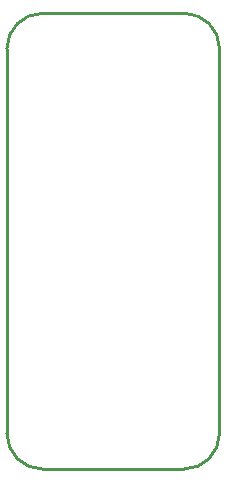
<source format=gbr>
%TF.GenerationSoftware,Altium Limited,Altium Designer,20.0.10 (225)*%
G04 Layer_Color=16711935*
%FSLAX26Y26*%
%MOIN*%
%TF.FileFunction,Other,Mechanical_1*%
%TF.Part,Single*%
G01*
G75*
%TA.AperFunction,NonConductor*%
%ADD23C,0.010000*%
D23*
X4291339Y3346457D02*
G03*
X4409449Y3464567I0J118110D01*
G01*
X3818898Y4865748D02*
G03*
X3700787Y4747638I0J-118110D01*
G01*
X4409449D02*
G03*
X4291339Y4865748I-118110J0D01*
G01*
X3700787Y3464567D02*
G03*
X3818898Y3346457I118110J0D01*
G01*
Y4865748D02*
X4291339D01*
X3818898Y3346457D02*
X4291339D01*
X4409449Y3464567D02*
Y4747638D01*
X3700787Y3464567D02*
Y4747638D01*
%TF.MD5,c70b5aaa63c00d42f660688420aa470d*%
M02*

</source>
